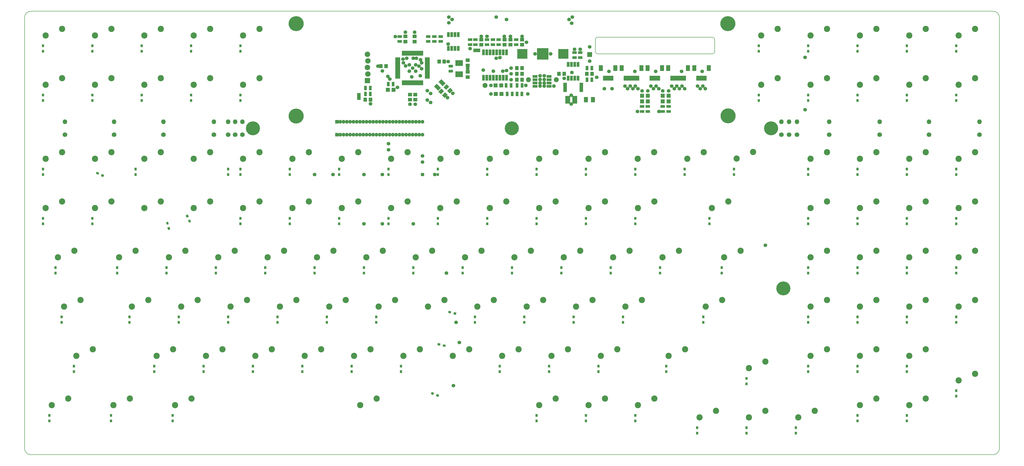
<source format=gbr>
%TF.GenerationSoftware,KiCad,Pcbnew,4.0.5+dfsg1-4*%
%TF.CreationDate,2018-04-07T15:20:27+10:00*%
%TF.ProjectId,mia,6D69612E6B696361645F706362000000,rev?*%
%TF.FileFunction,Soldermask,Bot*%
%FSLAX46Y46*%
G04 Gerber Fmt 4.6, Leading zero omitted, Abs format (unit mm)*
G04 Created by KiCad (PCBNEW 4.0.5+dfsg1-4) date Sat Apr  7 15:20:27 2018*
%MOMM*%
%LPD*%
G01*
G04 APERTURE LIST*
%ADD10C,0.050000*%
%ADD11C,0.150000*%
%ADD12C,5.800000*%
%ADD13C,2.400000*%
%ADD14R,1.400000X1.400000*%
%ADD15O,1.400000X1.400000*%
%ADD16R,1.000000X1.950000*%
%ADD17R,1.400000X1.650000*%
%ADD18R,1.650000X1.400000*%
%ADD19R,1.100000X1.700000*%
%ADD20R,1.700000X1.100000*%
%ADD21R,2.100000X2.100000*%
%ADD22C,2.100000*%
%ADD23R,1.950000X1.000000*%
%ADD24R,1.500000X1.000000*%
%ADD25C,1.900000*%
%ADD26R,1.960000X1.050000*%
%ADD27R,1.900000X1.900000*%
%ADD28R,3.000000X2.300000*%
%ADD29R,3.900000X3.700000*%
%ADD30R,4.400000X4.400000*%
%ADD31R,1.000000X2.200000*%
%ADD32R,1.600000X2.200000*%
%ADD33C,1.400000*%
%ADD34R,1.400000X3.600000*%
%ADD35R,1.600000X1.600000*%
%ADD36C,1.800000*%
%ADD37O,1.800000X1.800000*%
%ADD38R,1.900000X0.700000*%
%ADD39R,0.700000X1.900000*%
%ADD40R,0.850000X1.000000*%
%ADD41C,5.400000*%
G04 APERTURE END LIST*
D10*
D11*
X241750000Y-60750000D02*
G75*
G03X242750000Y-61750000I1000000J0D01*
G01*
X286750000Y-61750000D02*
G75*
G03X287750000Y-60750000I0J1000000D01*
G01*
X287750000Y-56250000D02*
G75*
G03X286750000Y-55250000I-1000000J0D01*
G01*
X242750000Y-55250000D02*
G75*
G03X241750000Y-56250000I0J-1000000D01*
G01*
X286750000Y-61750000D02*
X242750000Y-61750000D01*
X287750000Y-56250000D02*
X287750000Y-60750000D01*
X242750000Y-55250000D02*
X286750000Y-55250000D01*
X241750000Y-60750000D02*
X241750000Y-56250000D01*
X23812600Y-45243940D02*
G75*
G03X21431340Y-47625200I0J-2381260D01*
G01*
X21431340Y-214313400D02*
G75*
G03X23812600Y-216694660I2381260J0D01*
G01*
X395289160Y-216694660D02*
G75*
G03X397670420Y-214313400I0J2381260D01*
G01*
X397670420Y-47625200D02*
G75*
G03X395289160Y-45243940I-2381260J0D01*
G01*
X21431340Y-214313400D02*
X21431340Y-47625200D01*
X395289160Y-216694660D02*
X23812600Y-216694660D01*
X397670420Y-47625200D02*
X397670420Y-214313400D01*
X23812600Y-45243940D02*
X395289160Y-45243940D01*
D12*
X126206780Y-85725360D03*
D13*
X67627800Y-73661120D03*
X73977800Y-71121120D03*
D14*
X142000000Y-93000000D03*
D15*
X143270000Y-93000000D03*
X144540000Y-93000000D03*
X145810000Y-93000000D03*
X147080000Y-93000000D03*
X148350000Y-93000000D03*
X149620000Y-93000000D03*
X150890000Y-93000000D03*
X152160000Y-93000000D03*
X153430000Y-93000000D03*
X154700000Y-93000000D03*
X155970000Y-93000000D03*
X157240000Y-93000000D03*
X158510000Y-93000000D03*
X159780000Y-93000000D03*
X161050000Y-93000000D03*
X162320000Y-93000000D03*
X163590000Y-93000000D03*
X164860000Y-93000000D03*
X166130000Y-93000000D03*
X167400000Y-93000000D03*
X168670000Y-93000000D03*
X169940000Y-93000000D03*
X171210000Y-93000000D03*
X172480000Y-93000000D03*
X173750000Y-93000000D03*
X175020000Y-93000000D03*
D16*
X188833110Y-59640630D03*
X187563110Y-59640630D03*
X186293110Y-59640630D03*
X185023110Y-59640630D03*
X185023110Y-54240630D03*
X186293110Y-54240630D03*
X187563110Y-54240630D03*
X188833110Y-54240630D03*
D14*
X150428110Y-77540630D03*
X150428110Y-78840630D03*
D13*
X100965440Y-159385680D03*
X107315440Y-156845680D03*
D17*
X227678110Y-69440630D03*
X229678110Y-69440630D03*
X152928110Y-79440630D03*
X154928110Y-79440630D03*
X238428110Y-69440630D03*
X240428110Y-69440630D03*
X213428110Y-71690630D03*
X211428110Y-71690630D03*
X213428110Y-67190630D03*
X211428110Y-67190630D03*
X213428110Y-69440630D03*
X211428110Y-69440630D03*
D18*
X192428110Y-70690630D03*
X192428110Y-68690630D03*
X192428110Y-64190630D03*
X192428110Y-66190630D03*
X168428110Y-56940630D03*
X168428110Y-54940630D03*
D17*
X160928110Y-66440630D03*
X158928110Y-66440630D03*
D18*
X171928110Y-56940630D03*
X171928110Y-54940630D03*
X172178110Y-77440630D03*
X172178110Y-79440630D03*
D17*
X183428110Y-64690630D03*
X181428110Y-64690630D03*
D18*
X170178110Y-77440630D03*
X170178110Y-79440630D03*
D19*
X238478110Y-67190630D03*
X240378110Y-67190630D03*
X238478110Y-71690630D03*
X240378110Y-71690630D03*
D20*
X166178110Y-56890630D03*
X166178110Y-54990630D03*
X177178110Y-54990630D03*
X177178110Y-56890630D03*
X179600000Y-54990630D03*
X179600000Y-56890630D03*
D13*
X381952800Y-73661120D03*
X388302800Y-71121120D03*
X281940300Y-202248620D03*
X288290300Y-199708620D03*
X284321550Y-159386120D03*
X290671550Y-156846120D03*
X200977800Y-102236120D03*
X207327800Y-99696120D03*
X305752800Y-73661120D03*
X312102800Y-71121120D03*
X305752800Y-54611120D03*
X312102800Y-52071120D03*
X286702800Y-121286120D03*
X293052800Y-118746120D03*
X220027800Y-121286120D03*
X226377800Y-118746120D03*
X381952800Y-187961120D03*
X388302800Y-185421120D03*
X381952800Y-159386120D03*
X388302800Y-156846120D03*
X381952800Y-140336120D03*
X388302800Y-137796120D03*
X381952800Y-121286120D03*
X388302800Y-118746120D03*
X381952800Y-102236120D03*
X388302800Y-99696120D03*
X362922800Y-197486120D03*
X369272800Y-194946120D03*
X362902800Y-178436120D03*
X369252800Y-175896120D03*
X362902800Y-159386120D03*
X369252800Y-156846120D03*
X362902800Y-140336120D03*
X369252800Y-137796120D03*
X362902800Y-121286120D03*
X369252800Y-118746120D03*
X362902800Y-102236120D03*
X369252800Y-99696120D03*
X362902800Y-73661120D03*
X369252800Y-71121120D03*
X362902800Y-54611120D03*
X369252800Y-52071120D03*
X343852800Y-197486120D03*
X350202800Y-194946120D03*
X343852800Y-178436120D03*
X350202800Y-175896120D03*
X343852800Y-159386120D03*
X350202800Y-156846120D03*
X343852800Y-140336120D03*
X350202800Y-137796120D03*
X343852800Y-121286120D03*
X350202800Y-118746120D03*
X343852800Y-102236120D03*
X350202800Y-99696120D03*
X343852800Y-73661120D03*
X350202800Y-71121120D03*
X343852800Y-54611120D03*
X350202800Y-52071120D03*
X320040300Y-202248620D03*
X326390300Y-199708620D03*
X324802800Y-178436120D03*
X331152800Y-175896120D03*
X324802800Y-159386120D03*
X331152800Y-156846120D03*
X324802800Y-140336120D03*
X331152800Y-137796120D03*
X324802800Y-102236120D03*
X331152800Y-99696120D03*
X324802800Y-73661120D03*
X331152800Y-71121120D03*
X324802800Y-54611120D03*
X331152800Y-52071120D03*
X300990300Y-202248620D03*
X307340300Y-199708620D03*
X300990300Y-183198620D03*
X307340300Y-180658620D03*
X296215040Y-102203740D03*
X302565040Y-99663740D03*
X291465300Y-140336120D03*
X297815300Y-137796120D03*
X277177800Y-102236120D03*
X283527800Y-99696120D03*
X258127800Y-197486120D03*
X264477800Y-194946120D03*
X270034050Y-178436120D03*
X276384050Y-175896120D03*
X267652800Y-140336120D03*
X274002800Y-137796120D03*
X258127800Y-121286120D03*
X264477800Y-118746120D03*
X258069050Y-102236120D03*
X264419050Y-99696120D03*
X239077800Y-197486120D03*
X245427800Y-194946120D03*
X243840300Y-178436120D03*
X250190300Y-175896120D03*
X253365300Y-159386120D03*
X259715300Y-156846120D03*
X248602800Y-140336120D03*
X254952800Y-137796120D03*
X239077800Y-121286120D03*
X245427800Y-118746120D03*
X239077800Y-102236120D03*
X245427800Y-99696120D03*
X220027800Y-197486120D03*
X226377800Y-194946120D03*
X224790300Y-178436120D03*
X231140300Y-175896120D03*
X234315300Y-159386120D03*
X240665300Y-156846120D03*
X229552800Y-140336120D03*
X235902800Y-137796120D03*
X220027800Y-102236120D03*
X226377800Y-99696120D03*
X205740300Y-178436120D03*
X212090300Y-175896120D03*
X215265300Y-159386120D03*
X221615300Y-156846120D03*
X210502800Y-140336120D03*
X216852800Y-137796120D03*
X200977800Y-121286120D03*
X207327800Y-118746120D03*
X186690300Y-178436120D03*
X193040300Y-175896120D03*
X196215300Y-159386120D03*
X202565300Y-156846120D03*
X191452800Y-140336120D03*
X197802800Y-137796120D03*
X181890300Y-121286120D03*
X188240300Y-118746120D03*
X181927800Y-102236120D03*
X188277800Y-99696120D03*
X167640300Y-178436120D03*
X173990300Y-175896120D03*
X177165300Y-159386120D03*
X183515300Y-156846120D03*
X172402800Y-140336120D03*
X178752800Y-137796120D03*
X162877800Y-121286120D03*
X169227800Y-118746120D03*
X162877800Y-102236120D03*
X169227800Y-99696120D03*
X150971550Y-197486120D03*
X157321550Y-194946120D03*
X148590300Y-178436120D03*
X154940300Y-175896120D03*
X158115300Y-159386120D03*
X164465300Y-156846120D03*
X153352800Y-140336120D03*
X159702800Y-137796120D03*
X143827800Y-121286120D03*
X150177800Y-118746120D03*
X143827800Y-102236120D03*
X150177800Y-99696120D03*
X139065300Y-159386120D03*
X145415300Y-156846120D03*
X134302800Y-140336120D03*
X140652800Y-137796120D03*
X124777800Y-121286120D03*
X131127800Y-118746120D03*
X124777800Y-102236120D03*
X131127800Y-99696120D03*
X129540300Y-178436120D03*
X135890300Y-175896120D03*
X120015300Y-159386120D03*
X126365300Y-156846120D03*
X115252800Y-140336120D03*
X121602800Y-137796120D03*
X105727800Y-121286120D03*
X112077800Y-118746120D03*
X105727800Y-102236120D03*
X112077800Y-99696120D03*
X105727800Y-73661120D03*
X112077800Y-71121120D03*
X105727800Y-54611120D03*
X112077800Y-52071120D03*
X110490300Y-178436120D03*
X116840300Y-175896120D03*
X96202800Y-140336120D03*
X102552800Y-137796120D03*
X86677800Y-121286120D03*
X93027800Y-118746120D03*
X86677800Y-102236120D03*
X93027800Y-99696120D03*
X86677800Y-73661120D03*
X93027800Y-71121120D03*
X86677800Y-54611120D03*
X93027800Y-52071120D03*
X79534050Y-197486120D03*
X85884050Y-194946120D03*
X91440300Y-178436120D03*
X97790300Y-175896120D03*
X81915300Y-159386120D03*
X88265300Y-156846120D03*
X77152800Y-140336120D03*
X83502800Y-137796120D03*
X67627800Y-121286120D03*
X73977800Y-118746120D03*
X67627800Y-102236120D03*
X73977800Y-99696120D03*
X67627800Y-54611120D03*
X73977800Y-52071120D03*
X55721550Y-197486120D03*
X62071550Y-194946120D03*
X72390300Y-178436120D03*
X78740300Y-175896120D03*
X62865300Y-159386120D03*
X69215300Y-156846120D03*
X57944050Y-140336120D03*
X64294050Y-137796120D03*
X48577800Y-121286120D03*
X54927800Y-118746120D03*
X48577800Y-102236120D03*
X54927800Y-99696120D03*
X48577800Y-73661120D03*
X54927800Y-71121120D03*
X48577800Y-54611120D03*
X54927800Y-52071120D03*
X31909050Y-197486120D03*
X38259050Y-194946120D03*
X41434050Y-178436120D03*
X47784050Y-175896120D03*
X36671550Y-159386120D03*
X43021550Y-156846120D03*
X34290300Y-140336120D03*
X40640300Y-137796120D03*
X29527800Y-121286120D03*
X35877800Y-118746120D03*
X29527800Y-102236120D03*
X35877800Y-99696120D03*
X29527800Y-73661120D03*
X35877800Y-71121120D03*
X29527800Y-54611120D03*
X35877800Y-52071120D03*
X381952800Y-54611120D03*
X388302800Y-52071120D03*
D21*
X153728110Y-72020630D03*
D22*
X153928110Y-69480630D03*
X153728110Y-66940630D03*
X153928110Y-64400630D03*
X153728110Y-61860630D03*
D19*
X154878110Y-74940630D03*
X152978110Y-74940630D03*
X154878110Y-77190630D03*
X152978110Y-77190630D03*
D23*
X223878110Y-70420630D03*
X223878110Y-71690630D03*
X223878110Y-72960630D03*
X223878110Y-74230630D03*
X218478110Y-74230630D03*
X218478110Y-72960630D03*
X218478110Y-71690630D03*
X218478110Y-70420630D03*
D19*
X213378110Y-77190630D03*
X211478110Y-77190630D03*
X207728110Y-77190630D03*
X209628110Y-77190630D03*
D24*
X240778110Y-78940630D03*
X240778110Y-79940630D03*
X238078110Y-78940630D03*
X238078110Y-79940630D03*
D25*
X215928110Y-71690630D03*
D26*
X231078110Y-80390630D03*
X231078110Y-79440630D03*
X231078110Y-78490630D03*
X233778110Y-78490630D03*
X233778110Y-80390630D03*
X233778110Y-79440630D03*
D27*
X239500000Y-62000000D03*
D28*
X189178110Y-65290630D03*
X189178110Y-69590630D03*
D20*
X185928110Y-68390630D03*
X185928110Y-66490630D03*
X182000000Y-56900000D03*
X182000000Y-55000000D03*
X193428110Y-58140630D03*
X193428110Y-56240630D03*
D13*
X324803880Y-121285520D03*
X331153880Y-118745520D03*
D29*
X213528110Y-61690630D03*
X229328110Y-61690630D03*
D30*
X221428110Y-61690630D03*
D18*
X213428110Y-58190630D03*
X213428110Y-56190630D03*
X197678110Y-58190630D03*
X197678110Y-56190630D03*
X208928110Y-58190630D03*
X208928110Y-56190630D03*
X206678110Y-58190630D03*
X206678110Y-56190630D03*
D19*
X211528110Y-73940630D03*
X213428110Y-73940630D03*
D20*
X204428110Y-56240630D03*
X204428110Y-58140630D03*
X211178110Y-56240630D03*
X211178110Y-58140630D03*
X202178110Y-56240630D03*
X202178110Y-58140630D03*
X199928110Y-56240630D03*
X199928110Y-58140630D03*
D31*
X207481516Y-61122362D03*
X207481516Y-70922362D03*
X206211516Y-61122362D03*
X206211516Y-70922362D03*
X204941516Y-61122362D03*
X204941516Y-70922362D03*
X203671516Y-61122362D03*
X203671516Y-70922362D03*
X202401516Y-61122362D03*
X202401516Y-70922362D03*
X201131516Y-61122362D03*
X201131516Y-70922362D03*
X199861516Y-61122362D03*
X199861516Y-70922362D03*
X198591516Y-61122362D03*
X198591516Y-70922362D03*
D16*
X263178110Y-71128130D03*
X264178110Y-71128130D03*
X265178110Y-71128130D03*
X266178110Y-71128130D03*
D32*
X261878110Y-67253130D03*
X267478110Y-67253130D03*
D33*
X263178110Y-74190630D03*
X264178110Y-75190630D03*
X265178110Y-74190630D03*
X266178110Y-75190630D03*
D16*
X253178110Y-71128130D03*
X254178110Y-71128130D03*
X255178110Y-71128130D03*
X256178110Y-71128130D03*
X257178110Y-71128130D03*
X258178110Y-71128130D03*
D32*
X251878110Y-67253130D03*
X259478110Y-67253130D03*
D33*
X253178110Y-74190630D03*
X254178110Y-75190630D03*
X255178110Y-74190630D03*
X256178110Y-75190630D03*
X257178110Y-74190630D03*
X258178110Y-75190630D03*
D16*
X271178110Y-71128130D03*
X272178110Y-71128130D03*
X273178110Y-71128130D03*
X274178110Y-71128130D03*
X275178110Y-71128130D03*
X276178110Y-71128130D03*
D32*
X269878110Y-67253130D03*
X277478110Y-67253130D03*
D33*
X271178110Y-74190630D03*
X272178110Y-75190630D03*
X273178110Y-74190630D03*
X274178110Y-75190630D03*
X275178110Y-74190630D03*
X276178110Y-75190630D03*
D16*
X281178110Y-71128130D03*
X282178110Y-71128130D03*
X283178110Y-71128130D03*
X284178110Y-71128130D03*
D32*
X279878110Y-67253130D03*
X285478110Y-67253130D03*
D33*
X281178110Y-74190630D03*
X282178110Y-75190630D03*
X283178110Y-74190630D03*
X284178110Y-75190630D03*
D34*
X236278110Y-74690630D03*
X230078110Y-74690630D03*
D20*
X235928110Y-61240630D03*
X235928110Y-63140630D03*
X233678110Y-61240630D03*
X233678110Y-63140630D03*
D16*
X235083110Y-71140630D03*
X233813110Y-71140630D03*
X232543110Y-71140630D03*
X231273110Y-71140630D03*
X231273110Y-65740630D03*
X232543110Y-65740630D03*
X233813110Y-65740630D03*
X235083110Y-65740630D03*
D10*
G36*
X183142665Y-74571911D02*
X184309391Y-73405185D01*
X185299341Y-74395135D01*
X184132615Y-75561861D01*
X183142665Y-74571911D01*
X183142665Y-74571911D01*
G37*
G36*
X184556879Y-75986125D02*
X185723605Y-74819399D01*
X186713555Y-75809349D01*
X185546829Y-76976075D01*
X184556879Y-75986125D01*
X184556879Y-75986125D01*
G37*
G36*
X181142665Y-76321911D02*
X182309391Y-75155185D01*
X183299341Y-76145135D01*
X182132615Y-77311861D01*
X181142665Y-76321911D01*
X181142665Y-76321911D01*
G37*
G36*
X182556879Y-77736125D02*
X183723605Y-76569399D01*
X184713555Y-77559349D01*
X183546829Y-78726075D01*
X182556879Y-77736125D01*
X182556879Y-77736125D01*
G37*
D19*
X209178110Y-73940630D03*
X207278110Y-73940630D03*
D20*
X195428110Y-58140630D03*
X195428110Y-56240630D03*
D25*
X226678110Y-71690630D03*
X199178110Y-73940630D03*
D35*
X205428110Y-73940630D03*
X203228110Y-73940630D03*
X205528110Y-77190630D03*
X203328110Y-77190630D03*
D14*
X142000000Y-88000000D03*
D15*
X143270000Y-88000000D03*
X144540000Y-88000000D03*
X145810000Y-88000000D03*
X147080000Y-88000000D03*
X148350000Y-88000000D03*
X149620000Y-88000000D03*
X150890000Y-88000000D03*
X152160000Y-88000000D03*
X153430000Y-88000000D03*
X154700000Y-88000000D03*
X155970000Y-88000000D03*
X157240000Y-88000000D03*
X158510000Y-88000000D03*
X159780000Y-88000000D03*
X161050000Y-88000000D03*
X162320000Y-88000000D03*
X163590000Y-88000000D03*
X164860000Y-88000000D03*
X166130000Y-88000000D03*
X167400000Y-88000000D03*
X168670000Y-88000000D03*
X169940000Y-88000000D03*
X171210000Y-88000000D03*
X172480000Y-88000000D03*
X173750000Y-88000000D03*
X175020000Y-88000000D03*
D36*
X37000000Y-93000000D03*
D37*
X37000000Y-88000000D03*
D36*
X56000000Y-93000000D03*
D37*
X56000000Y-88000000D03*
D36*
X75009690Y-93000000D03*
D37*
X75009690Y-88000000D03*
D36*
X94500000Y-93000000D03*
D37*
X94500000Y-88000000D03*
D36*
X105500000Y-93000000D03*
D37*
X105500000Y-88000000D03*
D36*
X313500000Y-93000000D03*
D37*
X313500000Y-88000000D03*
D36*
X332000000Y-93000000D03*
D37*
X332000000Y-88000000D03*
D36*
X351500000Y-93000000D03*
D37*
X351500000Y-88000000D03*
D36*
X370500000Y-93000000D03*
D37*
X370500000Y-88000000D03*
D36*
X390000000Y-93000000D03*
D37*
X390000000Y-88000000D03*
D36*
X102750000Y-93000000D03*
D37*
X102750000Y-88000000D03*
D36*
X100000000Y-93000000D03*
D37*
X100000000Y-88000000D03*
D36*
X319500000Y-93000000D03*
D37*
X319500000Y-88000000D03*
D36*
X316500000Y-93000000D03*
D37*
X316500000Y-88000000D03*
D12*
X292931891Y-85681891D03*
X292894980Y-50006460D03*
X126250000Y-50000000D03*
D10*
G36*
X181077070Y-75918016D02*
X179450724Y-74291670D01*
X180511384Y-73231010D01*
X182137730Y-74857356D01*
X181077070Y-75918016D01*
X181077070Y-75918016D01*
G37*
G36*
X182844836Y-74150250D02*
X181218490Y-72523904D01*
X182279150Y-71463244D01*
X183905496Y-73089590D01*
X182844836Y-74150250D01*
X182844836Y-74150250D01*
G37*
D16*
X245178110Y-71128130D03*
X246178110Y-71128130D03*
X247178110Y-71128130D03*
X248178110Y-71128130D03*
D32*
X243878110Y-67253130D03*
X249478110Y-67253130D03*
D33*
X245178110Y-75190630D03*
X248178110Y-75190630D03*
D38*
X165478110Y-70940630D03*
X165478110Y-70440630D03*
X165478110Y-69940630D03*
X165478110Y-69440630D03*
X165478110Y-68940630D03*
X165478110Y-68440630D03*
X165478110Y-67940630D03*
X165478110Y-67440630D03*
X165478110Y-66940630D03*
X165478110Y-66440630D03*
X165478110Y-65940630D03*
X165478110Y-65440630D03*
X165478110Y-64940630D03*
X165478110Y-64440630D03*
X165478110Y-63940630D03*
X165478110Y-63440630D03*
D39*
X167428110Y-61490630D03*
X167928110Y-61490630D03*
X168428110Y-61490630D03*
X168928110Y-61490630D03*
X169428110Y-61490630D03*
X169928110Y-61490630D03*
X170428110Y-61490630D03*
X170928110Y-61490630D03*
X171428110Y-61490630D03*
X171928110Y-61490630D03*
X172428110Y-61490630D03*
X172928110Y-61490630D03*
X173428110Y-61490630D03*
X173928110Y-61490630D03*
X174428110Y-61490630D03*
X174928110Y-61490630D03*
D38*
X176878110Y-66940630D03*
X176878110Y-67440630D03*
X176878110Y-67940630D03*
X176878110Y-68440630D03*
X176878110Y-68940630D03*
X176878110Y-69440630D03*
X176878110Y-69940630D03*
X176878110Y-70440630D03*
X176878110Y-70940630D03*
D39*
X174928110Y-72890630D03*
X174428110Y-72890630D03*
X173928110Y-72890630D03*
X173428110Y-72890630D03*
X172928110Y-72890630D03*
X172428110Y-72890630D03*
X171928110Y-72890630D03*
X171428110Y-72890630D03*
X170928110Y-72890630D03*
X170428110Y-72890630D03*
X169928110Y-72890630D03*
X169428110Y-72890630D03*
X168928110Y-72890630D03*
X168428110Y-72890630D03*
X167928110Y-72890630D03*
X167428110Y-72890630D03*
D38*
X176878110Y-66440630D03*
X176878110Y-65940630D03*
X176878110Y-65440630D03*
X176878110Y-64940630D03*
X176878110Y-64440630D03*
X176878110Y-63940630D03*
X176878110Y-63440630D03*
D40*
X104775440Y-77672210D03*
X104775440Y-79772210D03*
X381001600Y-191972690D03*
X381001600Y-194072690D03*
X381001600Y-163397570D03*
X381001600Y-165497570D03*
X381000300Y-144347490D03*
X381000300Y-146447490D03*
X381001600Y-125297410D03*
X381001600Y-127397410D03*
X381001600Y-106247330D03*
X381001600Y-108347330D03*
X381000300Y-77672210D03*
X381000300Y-79772210D03*
X381001600Y-58622130D03*
X381001600Y-60722130D03*
X361951520Y-201497730D03*
X361951520Y-203597730D03*
X361950300Y-182447650D03*
X361950300Y-184547650D03*
X361950300Y-163397570D03*
X361950300Y-165497570D03*
X361951520Y-144347490D03*
X361951520Y-146447490D03*
X361951520Y-125297410D03*
X361951520Y-127397410D03*
X361950300Y-106247330D03*
X361950300Y-108347330D03*
X361950300Y-77672210D03*
X361950300Y-79772210D03*
X361950300Y-58622130D03*
X361950300Y-60722130D03*
X342901440Y-201497730D03*
X342901440Y-203597730D03*
X342901440Y-182447650D03*
X342901440Y-184547650D03*
X342900300Y-163397570D03*
X342900300Y-165497570D03*
X342901440Y-144347490D03*
X342901440Y-146447490D03*
X342901440Y-125297410D03*
X342901440Y-127397410D03*
X342900300Y-106247330D03*
X342900300Y-108347330D03*
X342900300Y-77672210D03*
X342900300Y-79772210D03*
X342901440Y-58622130D03*
X342901440Y-60722130D03*
X319088840Y-206260250D03*
X319088840Y-208360250D03*
X323851360Y-182447650D03*
X323851360Y-184547650D03*
X323850300Y-163397570D03*
X323850300Y-165497570D03*
X323851360Y-144347490D03*
X323851360Y-146447490D03*
X323851360Y-125297410D03*
X323851360Y-127397410D03*
X323850300Y-106247330D03*
X323850300Y-108347330D03*
X323850300Y-77672210D03*
X323850300Y-79772210D03*
X323850300Y-58622130D03*
X323850300Y-60722130D03*
X300037800Y-206260250D03*
X300037800Y-208360250D03*
X300038760Y-187210170D03*
X300038760Y-189310170D03*
X295275300Y-106247330D03*
X295275300Y-108347330D03*
X304801280Y-77672210D03*
X304801280Y-79772210D03*
X304801280Y-58622130D03*
X304801280Y-60722130D03*
X280988680Y-206260250D03*
X280988680Y-208360250D03*
X283369050Y-163397570D03*
X283369050Y-165497570D03*
X290513720Y-144347490D03*
X290513720Y-146447490D03*
X285751200Y-125297410D03*
X285751200Y-127397410D03*
X276225300Y-106247330D03*
X276225300Y-108347330D03*
X257176080Y-201497730D03*
X257176080Y-203597730D03*
X269082380Y-182447650D03*
X269082380Y-184547650D03*
X266700300Y-144347490D03*
X266700300Y-146447490D03*
X257176080Y-125297410D03*
X257176080Y-127397410D03*
X257176080Y-106247330D03*
X257176080Y-108347330D03*
X238126000Y-201497730D03*
X238126000Y-203597730D03*
X242888520Y-182447650D03*
X242888520Y-184547650D03*
X252413560Y-163397570D03*
X252413560Y-165497570D03*
X247651040Y-144347490D03*
X247651040Y-146447490D03*
X238126000Y-125297410D03*
X238126000Y-127397410D03*
X238125300Y-106247330D03*
X238125300Y-108347330D03*
X219075920Y-201497730D03*
X219075920Y-203597730D03*
X223837800Y-182447650D03*
X223837800Y-184547650D03*
X233363480Y-163397570D03*
X233363480Y-165497570D03*
X228600300Y-144347490D03*
X228600300Y-146447490D03*
X219075920Y-125297410D03*
X219075920Y-127397410D03*
X219075300Y-106247330D03*
X219075300Y-108347330D03*
X204788360Y-182447650D03*
X204788360Y-184547650D03*
X214313400Y-163397570D03*
X214313400Y-165497570D03*
X209550300Y-144347490D03*
X209550300Y-146447490D03*
X200025840Y-125297410D03*
X200025840Y-127397410D03*
X200025840Y-106247330D03*
X200025840Y-108347330D03*
D10*
G36*
X183982789Y-174203378D02*
X183791581Y-175031593D01*
X182817211Y-174806642D01*
X183008419Y-173978427D01*
X183982789Y-174203378D01*
X183982789Y-174203378D01*
G37*
G36*
X181936611Y-173730980D02*
X181745403Y-174559195D01*
X180771033Y-174334244D01*
X180962241Y-173506029D01*
X181936611Y-173730980D01*
X181936611Y-173730980D01*
G37*
D40*
X195263320Y-163397570D03*
X195263320Y-165497570D03*
X190500800Y-144347490D03*
X190500800Y-146447490D03*
X180975760Y-125297410D03*
X180975760Y-127397410D03*
X180975760Y-106247330D03*
X180975760Y-108347330D03*
X166688200Y-182447650D03*
X166688200Y-184547650D03*
D10*
G36*
X184900224Y-161832873D02*
X185120220Y-161011836D01*
X186086146Y-161270655D01*
X185866150Y-162091692D01*
X184900224Y-161832873D01*
X184900224Y-161832873D01*
G37*
G36*
X186928668Y-162376393D02*
X187148664Y-161555356D01*
X188114590Y-161814175D01*
X187894594Y-162635212D01*
X186928668Y-162376393D01*
X186928668Y-162376393D01*
G37*
D40*
X171450720Y-144347490D03*
X171450720Y-146447490D03*
X161925680Y-125297410D03*
X161925680Y-127397410D03*
X161925680Y-106247330D03*
X161925680Y-108347330D03*
D10*
G36*
X181432380Y-193560738D02*
X181127767Y-194354282D01*
X180194186Y-193995914D01*
X180498799Y-193202370D01*
X181432380Y-193560738D01*
X181432380Y-193560738D01*
G37*
G36*
X179471862Y-192808166D02*
X179167249Y-193601710D01*
X178233668Y-193243342D01*
X178538281Y-192449798D01*
X179471862Y-192808166D01*
X179471862Y-192808166D01*
G37*
D40*
X147638120Y-182447650D03*
X147638120Y-184547650D03*
X157163160Y-163397570D03*
X157163160Y-165497570D03*
X152400640Y-144347490D03*
X152400640Y-146447490D03*
X142875600Y-125297410D03*
X142875600Y-127397410D03*
X142875600Y-106247330D03*
X142875600Y-108347330D03*
X138112800Y-163397570D03*
X138112800Y-165497570D03*
X133350560Y-144347490D03*
X133350560Y-146447490D03*
X123825520Y-125297410D03*
X123825520Y-127397410D03*
X123825520Y-106247330D03*
X123825520Y-108347330D03*
X128588040Y-182447650D03*
X128588040Y-184547650D03*
X119063000Y-163397570D03*
X119063000Y-165497570D03*
X114300300Y-144347490D03*
X114300300Y-146447490D03*
X104775440Y-125297410D03*
X104775440Y-127397410D03*
X104775440Y-106247330D03*
X104775440Y-108347330D03*
X104775440Y-58622130D03*
X104775440Y-60722130D03*
X109537960Y-182447650D03*
X109537960Y-184547650D03*
X100012920Y-163397570D03*
X100012920Y-165497570D03*
X95250300Y-144347490D03*
X95250300Y-146447490D03*
D10*
G36*
X83616012Y-124173213D02*
X84386374Y-123813987D01*
X84808992Y-124720295D01*
X84038630Y-125079521D01*
X83616012Y-124173213D01*
X83616012Y-124173213D01*
G37*
G36*
X84503510Y-126076459D02*
X85273872Y-125717233D01*
X85696490Y-126623541D01*
X84926128Y-126982767D01*
X84503510Y-126076459D01*
X84503510Y-126076459D01*
G37*
D40*
X100012920Y-106247330D03*
X100012920Y-108347330D03*
X85725360Y-77672210D03*
X85725360Y-79772210D03*
X85725360Y-58622130D03*
X85725360Y-60722130D03*
X78581550Y-201497730D03*
X78581550Y-203597730D03*
X90487880Y-182447650D03*
X90487880Y-184547650D03*
X80962840Y-163397570D03*
X80962840Y-165497570D03*
X76200320Y-144347490D03*
X76200320Y-146447490D03*
D10*
G36*
X76011836Y-126820220D02*
X76832873Y-126600224D01*
X77091692Y-127566150D01*
X76270655Y-127786146D01*
X76011836Y-126820220D01*
X76011836Y-126820220D01*
G37*
G36*
X76555356Y-128848664D02*
X77376393Y-128628668D01*
X77635212Y-129594594D01*
X76814175Y-129814590D01*
X76555356Y-128848664D01*
X76555356Y-128848664D01*
G37*
D40*
X64294020Y-106247330D03*
X64294020Y-108347330D03*
X66675300Y-77672210D03*
X66675300Y-79772210D03*
X66675280Y-58622130D03*
X66675280Y-60722130D03*
X54769050Y-201497730D03*
X54769050Y-203597730D03*
X71437800Y-182447650D03*
X71437800Y-184547650D03*
X61912760Y-163397570D03*
X61912760Y-165497570D03*
X57150240Y-144347490D03*
X57150240Y-146447490D03*
X47625200Y-125297410D03*
X47625200Y-127397410D03*
D10*
G36*
X48963987Y-108036374D02*
X49323213Y-107266012D01*
X50229521Y-107688630D01*
X49870295Y-108458992D01*
X48963987Y-108036374D01*
X48963987Y-108036374D01*
G37*
G36*
X50867233Y-108923872D02*
X51226459Y-108153510D01*
X52132767Y-108576128D01*
X51773541Y-109346490D01*
X50867233Y-108923872D01*
X50867233Y-108923872D01*
G37*
D40*
X47625200Y-77672210D03*
X47625200Y-79772210D03*
X47625300Y-58622130D03*
X47625300Y-60722130D03*
X30956550Y-201497730D03*
X30956550Y-203597730D03*
X40481550Y-182447650D03*
X40481550Y-184547650D03*
X35718900Y-163397570D03*
X35718900Y-165497570D03*
X33337800Y-144347490D03*
X33337800Y-146447490D03*
X28575120Y-125297410D03*
X28575120Y-127397410D03*
X28575120Y-106247330D03*
X28575120Y-108347330D03*
X28575120Y-77672210D03*
X28575120Y-79772210D03*
X28575120Y-58622130D03*
X28575120Y-60722130D03*
D41*
X314326320Y-152400640D03*
X309563800Y-90487880D03*
X209500000Y-90487880D03*
X109537960Y-90487880D03*
D35*
X259750000Y-80100000D03*
X259750000Y-77900000D03*
X262000000Y-80100000D03*
X262000000Y-77900000D03*
X270000000Y-80100000D03*
X270000000Y-77900000D03*
X267750000Y-80100000D03*
X267750000Y-77900000D03*
D20*
X259750000Y-83950000D03*
X259750000Y-82050000D03*
X262000000Y-83950000D03*
X262000000Y-82050000D03*
X270000000Y-83950000D03*
X270000000Y-82050000D03*
X267750000Y-83950000D03*
X267750000Y-82050000D03*
D14*
X195300000Y-60400000D03*
X196600000Y-60400000D03*
D35*
X161600000Y-75600000D03*
X163800000Y-75600000D03*
D19*
X163700000Y-73400000D03*
X161800000Y-73400000D03*
D33*
X165400000Y-74700000D03*
X171956649Y-53305552D03*
X168428876Y-53337956D03*
X154919113Y-81008663D03*
X172201807Y-81202277D03*
X170186493Y-81207392D03*
X225728100Y-74190630D03*
X168458861Y-66387601D03*
X174678110Y-67440630D03*
X168928110Y-63440630D03*
X171428110Y-63440630D03*
X220400000Y-70200000D03*
X220400000Y-71600000D03*
X220400000Y-73000000D03*
X220400000Y-74200000D03*
X222000000Y-70200000D03*
X222000000Y-71600000D03*
X222000000Y-73000000D03*
X222000000Y-74200000D03*
X247000000Y-68500000D03*
X283000000Y-68500000D03*
X275000000Y-68500000D03*
X265000000Y-68500000D03*
X257000000Y-68500000D03*
X242264856Y-70791604D03*
X239500000Y-64500000D03*
X239500000Y-59000000D03*
X192428110Y-67400000D03*
X198500000Y-68000000D03*
X201428110Y-77190630D03*
X201428110Y-73940630D03*
X209178110Y-67190630D03*
X209178110Y-71690630D03*
X209178110Y-69440630D03*
X206603100Y-54940630D03*
X184928110Y-57940630D03*
X224428110Y-61690630D03*
X218428110Y-61690630D03*
X157797010Y-66440630D03*
X233678110Y-59940630D03*
X235928110Y-59940630D03*
X229678110Y-71190630D03*
X232432508Y-81132966D03*
X184678110Y-78690630D03*
X186678110Y-76940630D03*
X232678110Y-68940630D03*
X206028110Y-68440630D03*
X213428110Y-54940630D03*
X208928110Y-54940630D03*
X199928110Y-54940630D03*
X197678110Y-54940630D03*
X184928110Y-64690630D03*
X174250000Y-64000000D03*
X258000000Y-84000000D03*
X266250000Y-84000000D03*
X174678110Y-65190630D03*
X167676680Y-65183569D03*
X214928110Y-73940630D03*
X215678110Y-77190630D03*
X167478110Y-63790630D03*
X164478110Y-54990630D03*
X170878110Y-70590630D03*
X174178110Y-70190630D03*
X215178110Y-57190630D03*
X169928110Y-68440630D03*
X172428110Y-68440630D03*
X172428110Y-65940630D03*
X169928110Y-65940630D03*
X171178110Y-67190630D03*
X172678110Y-63440630D03*
X173678110Y-66440630D03*
X176878093Y-79602159D03*
X176864852Y-75931387D03*
X322660730Y-63103390D03*
X322660730Y-83344100D03*
X161925680Y-96441030D03*
X175022610Y-101203550D03*
X178128349Y-80519003D03*
X178143253Y-77034214D03*
X161925680Y-98822290D03*
X175022610Y-103584810D03*
X175022610Y-108347330D03*
X179785130Y-108347330D03*
X152400640Y-108347330D03*
X159544420Y-108347330D03*
X140494340Y-108347330D03*
X133350560Y-108347330D03*
X171450720Y-127397410D03*
X152400640Y-127397410D03*
X159544420Y-127397410D03*
X184250000Y-146447490D03*
X188000000Y-165497570D03*
X189213558Y-173322967D03*
X186928910Y-189961073D03*
X307340300Y-135731820D03*
X232552144Y-49878895D03*
X185178110Y-47486484D03*
X185178110Y-49690630D03*
X203428110Y-47453149D03*
X203428110Y-63440630D03*
X232878110Y-47486484D03*
X231575580Y-48442696D03*
X186428110Y-48433664D03*
X207428110Y-48433664D03*
X207428110Y-68190630D03*
X159535173Y-68298085D03*
X259750000Y-76000000D03*
X262000000Y-76000000D03*
X270000000Y-76000000D03*
X267750000Y-76000000D03*
X193428110Y-59690630D03*
X161678110Y-70440630D03*
X202401516Y-68440630D03*
X204941516Y-63190630D03*
X232428110Y-77690630D03*
X162428110Y-71440630D03*
M02*

</source>
